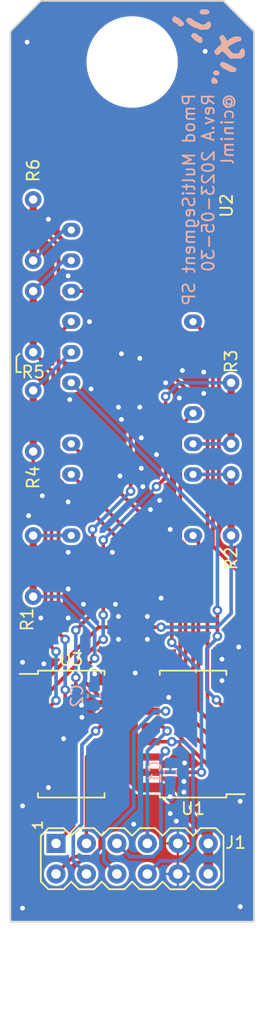
<source format=kicad_pcb>
(kicad_pcb (version 20221018) (generator pcbnew)
  (layers (0 "F.Cu" signal) (31 "B.Cu" signal) (34 "B.Paste" user) (35 "F.Paste" user) (36 "B.SilkS" user "B.Silkscreen") (37 "F.SilkS" user "F.Silkscreen") (38 "B.Mask" user) (39 "F.Mask" user) (44 "Edge.Cuts" user))
  (net 0 "")
  (net 1 "GND")
  (net 2 "/PMOD0_P1_COM_SER")
  (net 3 "+3V3")
  (net 4 "/PMOD_P2_COM_RCLK")
  (net 5 "/PMOD0_P3_SEG_SER")
  (net 6 "/PMOD0_P4_SEG_RCLK")
  (net 7 "/PMOD0_P7_COM_SRCLK")
  (net 8 "/PMOD0_P8_COM_OE")
  (net 9 "/PMOD0_P9_SEG_SRCLK")
  (net 10 "/PMOD0_P10_SEG_OE")
  (net 11 "/DIG1")
  (net 12 "Net-(U2-DIG1)")
  (net 13 "/DIG2")
  (net 14 "Net-(U2-DIG2)")
  (net 15 "/DIG3")
  (net 16 "Net-(U2-DIG3)")
  (net 17 "/DIG4")
  (net 18 "Net-(U2-DIG4)")
  (net 19 "/DIG5")
  (net 20 "Net-(U2-DIG5)")
  (net 21 "/DIG6")
  (net 22 "Net-(U2-DIG6)")
  (net 23 "/SEG_B")
  (net 24 "/SEG_C")
  (net 25 "/SEG_D")
  (net 26 "/SEG_E")
  (net 27 "/SEG_F")
  (net 28 "/SEG_G")
  (net 29 "/SEG_H")
  (net 31 "/SEG_A")
  (footprint "local:MountingHole_3.2mm_M3_Mask" (layer "F.Cu") (at 11.43 -30.48)
    (fp_text reference "H1" hide)
    (fp_text value "MountingHole")
    (pad "" np_thru_hole circle (at 0 0) (size 3.2 3.2) (drill 3.2) (layers "F&B.Cu" "*.Mask"))
  )
  (footprint "local:Conn_Pmod_Spec_B_Thin" (layer "F.Cu") (at 5.08 34.49 90)
    (fp_text reference "J1" (at 0.073 14.986) (layer "F.SilkS"))
    (fp_text value "Conn_02x06_Top_Bottom")
    (fp_text user "1" (at 1.524 -1.524 90 unlocked) (layer "F.SilkS") (effects (font (size 0.8 0.8))))
    (pad "1" thru_hole rect (at 0 0 270) (size 1.6 1.6) (drill 0.8) (layers "*.Cu" "*.Mask") (net 2 "/PMOD0_P1_COM_SER"))
    (pad "2" thru_hole oval (at 0 2.54 270) (size 1.6 1.6) (drill 0.8) (layers "*.Cu" "*.Mask") (net 4 "/PMOD_P2_COM_RCLK"))
    (pad "3" thru_hole oval (at 0 5.08 270) (size 1.6 1.6) (drill 0.8) (layers "*.Cu" "*.Mask") (net 5 "/PMOD0_P3_SEG_SER"))
    (pad "4" thru_hole oval (at 0 7.62 270) (size 1.6 1.6) (drill 0.8) (layers "*.Cu" "*.Mask") (net 6 "/PMOD0_P4_SEG_RCLK"))
    (pad "5" thru_hole oval (at 0 10.16 270) (size 1.6 1.6) (drill 0.8) (layers "*.Cu" "*.Mask") (net 1 "GND"))
    (pad "6" thru_hole oval (at 0 12.7 270) (size 1.6 1.6) (drill 0.8) (layers "*.Cu" "*.Mask") (net 3 "+3V3"))
    (pad "7" thru_hole oval (at -2.54 0 270) (size 1.6 1.6) (drill 0.8) (layers "*.Cu" "*.Mask") (net 7 "/PMOD0_P7_COM_SRCLK"))
    (pad "8" thru_hole oval (at -2.54 2.54 270) (size 1.6 1.6) (drill 0.8) (layers "*.Cu" "*.Mask") (net 8 "/PMOD0_P8_COM_OE"))
    (pad "9" thru_hole oval (at -2.54 5.08 270) (size 1.6 1.6) (drill 0.8) (layers "*.Cu" "*.Mask") (net 9 "/PMOD0_P9_SEG_SRCLK"))
    (pad "10" thru_hole oval (at -2.54 7.62 270) (size 1.6 1.6) (drill 0.8) (layers "*.Cu" "*.Mask") (net 10 "/PMOD0_P10_SEG_OE"))
    (pad "11" thru_hole oval (at -2.54 10.16 270) (size 1.6 1.6) (drill 0.8) (layers "*.Cu" "*.Mask") (net 1 "GND"))
    (pad "12" thru_hole oval (at -2.54 12.7 270) (size 1.6 1.6) (drill 0.8) (layers "*.Cu" "*.Mask") (net 3 "+3V3"))
  )
  (footprint "Package_SO:SOIC-16W_5.3x10.2mm_P1.27mm" (layer "F.Cu") (at 6.35 25.4)
    (fp_text reference "U3" (at 0 -6.2) (layer "F.SilkS"))
    (fp_text value "74HC595")
    (pad "1" smd rect (at -3.55 -4.445) (size 1.5 0.6) (layers "F.Cu" "F.Paste" "F.Mask") (net 13 "/DIG2"))
    (pad "2" smd rect (at -3.55 -3.175) (size 1.5 0.6) (layers "F.Cu" "F.Paste" "F.Mask") (net 15 "/DIG3"))
    (pad "3" smd rect (at -3.55 -1.905) (size 1.5 0.6) (layers "F.Cu" "F.Paste" "F.Mask") (net 17 "/DIG4"))
    (pad "4" smd rect (at -3.55 -0.635) (size 1.5 0.6) (layers "F.Cu" "F.Paste" "F.Mask") (net 19 "/DIG5"))
    (pad "5" smd rect (at -3.55 0.635) (size 1.5 0.6) (layers "F.Cu" "F.Paste" "F.Mask") (net 21 "/DIG6"))
    (pad "6" smd rect (at -3.55 1.905) (size 1.5 0.6) (layers "F.Cu" "F.Paste" "F.Mask"))
    (pad "7" smd rect (at -3.55 3.175) (size 1.5 0.6) (layers "F.Cu" "F.Paste" "F.Mask"))
    (pad "8" smd rect (at -3.55 4.445) (size 1.5 0.6) (layers "F.Cu" "F.Paste" "F.Mask") (net 1 "GND"))
    (pad "9" smd rect (at 3.55 4.445) (size 1.5 0.6) (layers "F.Cu" "F.Paste" "F.Mask"))
    (pad "10" smd rect (at 3.55 3.175) (size 1.5 0.6) (layers "F.Cu" "F.Paste" "F.Mask") (net 3 "+3V3"))
    (pad "11" smd rect (at 3.55 1.905) (size 1.5 0.6) (layers "F.Cu" "F.Paste" "F.Mask") (net 7 "/PMOD0_P7_COM_SRCLK"))
    (pad "12" smd rect (at 3.55 0.635) (size 1.5 0.6) (layers "F.Cu" "F.Paste" "F.Mask") (net 4 "/PMOD_P2_COM_RCLK"))
    (pad "13" smd rect (at 3.55 -0.635) (size 1.5 0.6) (layers "F.Cu" "F.Paste" "F.Mask") (net 8 "/PMOD0_P8_COM_OE"))
    (pad "14" smd rect (at 3.55 -1.905) (size 1.5 0.6) (layers "F.Cu" "F.Paste" "F.Mask") (net 2 "/PMOD0_P1_COM_SER"))
    (pad "15" smd rect (at 3.55 -3.175) (size 1.5 0.6) (layers "F.Cu" "F.Paste" "F.Mask") (net 11 "/DIG1"))
    (pad "16" smd rect (at 3.55 -4.445) (size 1.5 0.6) (layers "F.Cu" "F.Paste" "F.Mask") (net 3 "+3V3"))
  )
  (footprint "Package_SO:SOIC-16W_5.3x10.2mm_P1.27mm" (layer "F.Cu") (at 16.51 25.4 180)
    (fp_text reference "U1" (at 0 -6.2) (layer "F.SilkS"))
    (fp_text value "74HC595")
    (pad "1" smd rect (at -3.55 -4.445 180) (size 1.5 0.6) (layers "F.Cu" "F.Paste" "F.Mask") (net 23 "/SEG_B"))
    (pad "2" smd rect (at -3.55 -3.175 180) (size 1.5 0.6) (layers "F.Cu" "F.Paste" "F.Mask") (net 24 "/SEG_C"))
    (pad "3" smd rect (at -3.55 -1.905 180) (size 1.5 0.6) (layers "F.Cu" "F.Paste" "F.Mask") (net 25 "/SEG_D"))
    (pad "4" smd rect (at -3.55 -0.635 180) (size 1.5 0.6) (layers "F.Cu" "F.Paste" "F.Mask") (net 26 "/SEG_E"))
    (pad "5" smd rect (at -3.55 0.635 180) (size 1.5 0.6) (layers "F.Cu" "F.Paste" "F.Mask") (net 27 "/SEG_F"))
    (pad "6" smd rect (at -3.55 1.905 180) (size 1.5 0.6) (layers "F.Cu" "F.Paste" "F.Mask") (net 28 "/SEG_G"))
    (pad "7" smd rect (at -3.55 3.175 180) (size 1.5 0.6) (layers "F.Cu" "F.Paste" "F.Mask") (net 29 "/SEG_H"))
    (pad "8" smd rect (at -3.55 4.445 180) (size 1.5 0.6) (layers "F.Cu" "F.Paste" "F.Mask") (net 1 "GND"))
    (pad "9" smd rect (at 3.55 4.445 180) (size 1.5 0.6) (layers "F.Cu" "F.Paste" "F.Mask"))
    (pad "10" smd rect (at 3.55 3.175 180) (size 1.5 0.6) (layers "F.Cu" "F.Paste" "F.Mask") (net 3 "+3V3"))
    (pad "11" smd rect (at 3.55 1.905 180) (size 1.5 0.6) (layers "F.Cu" "F.Paste" "F.Mask") (net 9 "/PMOD0_P9_SEG_SRCLK"))
    (pad "12" smd rect (at 3.55 0.635 180) (size 1.5 0.6) (layers "F.Cu" "F.Paste" "F.Mask") (net 6 "/PMOD0_P4_SEG_RCLK"))
    (pad "13" smd rect (at 3.55 -0.635 180) (size 1.5 0.6) (layers "F.Cu" "F.Paste" "F.Mask") (net 10 "/PMOD0_P10_SEG_OE"))
    (pad "14" smd rect (at 3.55 -1.905 180) (size 1.5 0.6) (layers "F.Cu" "F.Paste" "F.Mask") (net 5 "/PMOD0_P3_SEG_SER"))
    (pad "15" smd rect (at 3.55 -3.175 180) (size 1.5 0.6) (layers "F.Cu" "F.Paste" "F.Mask") (net 31 "/SEG_A"))
    (pad "16" smd rect (at 3.55 -4.445 180) (size 1.5 0.6) (layers "F.Cu" "F.Paste" "F.Mask") (net 3 "+3V3"))
  )
  (footprint "local:R_Axial_DIN0204_L3.6mm_D1.6mm_P5.08mm_Horizontal_with_1608metric" (layer "F.Cu") (at 19.685 8.89 90)
    (fp_text reference "R2" (at -1.905 0 90) (layer "F.SilkS"))
    (fp_text value "470")
    (pad "1" thru_hole circle (at 0 0 90) (size 1.4 1.4) (drill 0.7) (layers "*.Cu" "*.Mask") (net 13 "/DIG2"))
    (pad "1" smd roundrect (at 1.715 0 90) (size 0.8 0.95) (layers "F.Cu" "F.Paste" "F.Mask") (net 13 "/DIG2"))
    (pad "1" smd oval (at 1.715 0 270) (size 1.65 0.6) (drill (offset 0.55 0)) (layers "F.Cu" "F.Paste" "F.Mask") (net 13 "/DIG2"))
    (pad "2" smd roundrect (at 3.365 0 90) (size 0.8 0.95) (layers "F.Cu" "F.Paste" "F.Mask") (net 14 "Net-(U2-DIG2)"))
    (pad "2" smd oval (at 3.365 0 90) (size 1.65 0.6) (drill (offset 0.55 0)) (layers "F.Cu" "F.Paste" "F.Mask") (net 14 "Net-(U2-DIG2)"))
    (pad "2" thru_hole oval (at 5.08 0 90) (size 1.4 1.4) (drill 0.7) (layers "*.Cu" "*.Mask") (net 14 "Net-(U2-DIG2)"))
  )
  (footprint "local:R_Axial_DIN0204_L3.6mm_D1.6mm_P5.08mm_Horizontal_with_1608metric" (layer "F.Cu") (at 3.175 -19.05 -90)
    (fp_text reference "R6" (at -2.413 0 90) (layer "F.SilkS"))
    (fp_text value "470")
    (pad "1" thru_hole circle (at 0 0 270) (size 1.4 1.4) (drill 0.7) (layers "*.Cu" "*.Mask") (net 21 "/DIG6"))
    (pad "1" smd roundrect (at 1.715 0 270) (size 0.8 0.95) (layers "F.Cu" "F.Paste" "F.Mask") (net 21 "/DIG6"))
    (pad "1" smd oval (at 1.715 0 90) (size 1.65 0.6) (drill (offset 0.55 0)) (layers "F.Cu" "F.Paste" "F.Mask") (net 21 "/DIG6"))
    (pad "2" smd roundrect (at 3.365 0 270) (size 0.8 0.95) (layers "F.Cu" "F.Paste" "F.Mask") (net 22 "Net-(U2-DIG6)"))
    (pad "2" smd oval (at 3.365 0 270) (size 1.65 0.6) (drill (offset 0.55 0)) (layers "F.Cu" "F.Paste" "F.Mask") (net 22 "Net-(U2-DIG6)"))
    (pad "2" thru_hole oval (at 5.08 0 270) (size 1.4 1.4) (drill 0.7) (layers "*.Cu" "*.Mask") (net 22 "Net-(U2-DIG6)"))
  )
  (footprint "local:OSL60362" (layer "F.Cu") (at 11.43 -3.81 90)
    (fp_text reference "U2" (at 14.732 7.874 90 unlocked) (layer "F.SilkS"))
    (fp_text value "OSL60362-LX")
    (pad "1" thru_hole oval (at -12.7 5.08 90) (size 1.2 1.524) (drill 0.6) (layers "*.Cu" "*.Mask") (net 26 "/SEG_E"))
    (pad "3" thru_hole oval (at -7.62 5.08 90) (size 1.2 1.524) (drill 0.6) (layers "*.Cu" "*.Mask") (net 14 "Net-(U2-DIG2)"))
    (pad "4" thru_hole oval (at -5.08 5.08 90) (size 1.2 1.524) (drill 0.6) (layers "*.Cu" "*.Mask") (net 16 "Net-(U2-DIG3)"))
    (pad "5" thru_hole oval (at -2.54 5.08 90) (size 1.2 1.524) (drill 0.6) (layers "*.Cu" "*.Mask") (net 25 "/SEG_D"))
    (pad "8" thru_hole oval (at 5.08 5.08 90) (size 1.2 1.524) (drill 0.6) (layers "*.Cu" "*.Mask") (net 29 "/SEG_H"))
    (pad "12" thru_hole oval (at 12.7 -5.08 90) (size 1.2 1.524) (drill 0.6) (layers "*.Cu" "*.Mask") (net 22 "Net-(U2-DIG6)"))
    (pad "13" thru_hole oval (at 10.16 -5.08 90) (size 1.2 1.524) (drill 0.6) (layers "*.Cu" "*.Mask") (net 20 "Net-(U2-DIG5)"))
    (pad "14" thru_hole oval (at 7.62 -5.08 90) (size 1.2 1.524) (drill 0.6) (layers "*.Cu" "*.Mask") (net 27 "/SEG_F"))
    (pad "15" thru_hole oval (at 5.08 -5.08 90) (size 1.2 1.524) (drill 0.6) (layers "*.Cu" "*.Mask") (net 31 "/SEG_A"))
    (pad "16" thru_hole oval (at 2.54 -5.08 90) (size 1.2 1.524) (drill 0.6) (layers "*.Cu" "*.Mask") (net 18 "Net-(U2-DIG4)"))
    (pad "17" thru_hole oval (at 0 -5.08 90) (size 1.2 1.524) (drill 0.6) (layers "*.Cu" "*.Mask") (net 28 "/SEG_G"))
    (pad "19" thru_hole oval (at -5.08 -5.08 90) (size 1.2 1.524) (drill 0.6) (layers "*.Cu" "*.Mask") (net 24 "/SEG_C"))
    (pad "20" thru_hole oval (at -7.62 -5.08 90) (size 1.2 1.524) (drill 0.6) (layers "*.Cu" "*.Mask") (net 23 "/SEG_B"))
    (pad "22" thru_hole oval (at -12.7 -5.08 90) (size 1.2 1.524) (drill 0.6) (layers "*.Cu" "*.Mask") (net 12 "Net-(U2-DIG1)"))
  )
  (footprint "local:R_Axial_DIN0204_L3.6mm_D1.6mm_P5.08mm_Horizontal_with_1608metric" (layer "F.Cu") (at 3.175 1.905 90)
    (fp_text reference "R4" (at -2.159 0 90) (layer "F.SilkS"))
    (fp_text value "470")
    (pad "1" thru_hole circle (at 0 0 90) (size 1.4 1.4) (drill 0.7) (layers "*.Cu" "*.Mask") (net 17 "/DIG4"))
    (pad "1" smd roundrect (at 1.715 0 90) (size 0.8 0.95) (layers "F.Cu" "F.Paste" "F.Mask") (net 17 "/DIG4"))
    (pad "1" smd oval (at 1.715 0 270) (size 1.65 0.6) (drill (offset 0.55 0)) (layers "F.Cu" "F.Paste" "F.Mask") (net 17 "/DIG4"))
    (pad "2" smd roundrect (at 3.365 0 90) (size 0.8 0.95) (layers "F.Cu" "F.Paste" "F.Mask") (net 18 "Net-(U2-DIG4)"))
    (pad "2" smd oval (at 3.365 0 90) (size 1.65 0.6) (drill (offset 0.55 0)) (layers "F.Cu" "F.Paste" "F.Mask") (net 18 "Net-(U2-DIG4)"))
    (pad "2" thru_hole oval (at 5.08 0 90) (size 1.4 1.4) (drill 0.7) (layers "*.Cu" "*.Mask") (net 18 "Net-(U2-DIG4)"))
  )
  (footprint "local:R_Axial_DIN0204_L3.6mm_D1.6mm_P5.08mm_Horizontal_with_1608metric" (layer "F.Cu") (at 19.685 -3.81 -90)
    (fp_text reference "R3" (at -1.778 0 90) (layer "F.SilkS"))
    (fp_text value "470")
    (pad "1" thru_hole circle (at 0 0 270) (size 1.4 1.4) (drill 0.7) (layers "*.Cu" "*.Mask") (net 15 "/DIG3"))
    (pad "1" smd roundrect (at 1.715 0 270) (size 0.8 0.95) (layers "F.Cu" "F.Paste" "F.Mask") (net 15 "/DIG3"))
    (pad "1" smd oval (at 1.715 0 90) (size 1.65 0.6) (drill (offset 0.55 0)) (layers "F.Cu" "F.Paste" "F.Mask") (net 15 "/DIG3"))
    (pad "2" smd roundrect (at 3.365 0 270) (size 0.8 0.95) (layers "F.Cu" "F.Paste" "F.Mask") (net 16 "Net-(U2-DIG3)"))
    (pad "2" smd oval (at 3.365 0 270) (size 1.65 0.6) (drill (offset 0.55 0)) (layers "F.Cu" "F.Paste" "F.Mask") (net 16 "Net-(U2-DIG3)"))
    (pad "2" thru_hole oval (at 5.08 0 270) (size 1.4 1.4) (drill 0.7) (layers "*.Cu" "*.Mask") (net 16 "Net-(U2-DIG3)"))
  )
  (footprint "local:R_Axial_DIN0204_L3.6mm_D1.6mm_P5.08mm_Horizontal_with_1608metric" (layer "F.Cu") (at 3.175 13.97 90)
    (fp_text reference "R1" (at -1.905 -0.508 90) (layer "F.SilkS"))
    (fp_text value "470")
    (pad "1" thru_hole circle (at 0 0 90) (size 1.4 1.4) (drill 0.7) (layers "*.Cu" "*.Mask") (net 11 "/DIG1"))
    (pad "1" smd roundrect (at 1.715 0 90) (size 0.8 0.95) (layers "F.Cu" "F.Paste" "F.Mask") (net 11 "/DIG1"))
    (pad "1" smd oval (at 1.715 0 270) (size 1.65 0.6) (drill (offset 0.55 0)) (layers "F.Cu" "F.Paste" "F.Mask") (net 11 "/DIG1"))
    (pad "2" smd roundrect (at 3.365 0 90) (size 0.8 0.95) (layers "F.Cu" "F.Paste" "F.Mask") (net 12 "Net-(U2-DIG1)"))
    (pad "2" smd oval (at 3.365 0 90) (size 1.65 0.6) (drill (offset 0.55 0)) (layers "F.Cu" "F.Paste" "F.Mask") (net 12 "Net-(U2-DIG1)"))
    (pad "2" thru_hole oval (at 5.08 0 90) (size 1.4 1.4) (drill 0.7) (layers "*.Cu" "*.Mask") (net 12 "Net-(U2-DIG1)"))
  )
  (footprint "local:R_Axial_DIN0204_L3.6mm_D1.6mm_P5.08mm_Horizontal_with_1608metric" (layer "F.Cu") (at 3.175 -6.35 90)
    (fp_text reference "R5" (at -1.651 0 180) (layer "F.SilkS"))
    (fp_text value "470")
    (pad "1" thru_hole circle (at 0 0 90) (size 1.4 1.4) (drill 0.7) (layers "*.Cu" "*.Mask") (net 19 "/DIG5"))
    (pad "1" smd roundrect (at 1.715 0 90) (size 0.8 0.95) (layers "F.Cu" "F.Paste" "F.Mask") (net 19 "/DIG5"))
    (pad "1" smd oval (at 1.715 0 270) (size 1.65 0.6) (drill (offset 0.55 0)) (layers "F.Cu" "F.Paste" "F.Mask") (net 19 "/DIG5"))
    (pad "2" smd roundrect (at 3.365 0 90) (size 0.8 0.95) (layers "F.Cu" "F.Paste" "F.Mask") (net 20 "Net-(U2-DIG5)"))
    (pad "2" smd oval (at 3.365 0 90) (size 1.65 0.6) (drill (offset 0.55 0)) (layers "F.Cu" "F.Paste" "F.Mask") (net 20 "Net-(U2-DIG5)"))
    (pad "2" thru_hole oval (at 5.08 0 90) (size 1.4 1.4) (drill 0.7) (layers "*.Cu" "*.Mask") (net 20 "Net-(U2-DIG5)"))
  )
  (footprint "local:logo" (layer "B.Cu") (at 17.78 -31.75 -90)
    (fp_text reference "LOGO1" hide)
    (fp_text value "Logo_Open_Hardware_Small" hide)
  )
  (footprint "Capacitor_SMD:C_0603_1608Metric" (layer "B.Cu") (at 8.255 22.225 -90)
    (fp_text reference "C2" (at 0 1.43 90) (layer "B.SilkS") (effects (justify mirror)))
    (fp_text value "100n")
    (pad "1" smd roundrect (at -0.775 0 270) (size 0.9 0.95) (layers "B.Cu" "B.Paste" "B.Mask") (net 3 "+3V3"))
    (pad "2" smd roundrect (at 0.775 0 270) (size 0.9 0.95) (layers "B.Cu" "B.Paste" "B.Mask") (net 1 "GND"))
  )
  (footprint "Capacitor_SMD:C_0603_1608Metric" (layer "B.Cu") (at 14.605 28.575 90)
    (fp_text reference "C1" (at 0 -1.27 90) (layer "B.SilkS") (effects (justify mirror)))
    (fp_text value "100n")
    (pad "1" smd roundrect (at -0.775 0 90) (size 0.9 0.95) (layers "B.Cu" "B.Paste" "B.Mask") (net 3 "+3V3"))
    (pad "2" smd roundrect (at 0.775 0 90) (size 0.9 0.95) (layers "B.Cu" "B.Paste" "B.Mask") (net 1 "GND"))
  )
  (gr_line (start 1.778 -4.699) (end 1.778 -5.969) (stroke (width 0.15)) (layer "F.SilkS"))
  (gr_line (start 2.159 -4.699) (end 1.778 -4.699) (stroke (width 0.15)) (layer "F.SilkS"))
  (gr_line (start 1.778 -5.969) (end 2.032 -6.223) (stroke (width 0.15)) (layer "F.SilkS"))
  (gr_line (start 1.27 41) (end 1.27 -33.02) (stroke (width 0.15)) (layer "Edge.Cuts"))
  (gr_line (start 3.81 -35.56) (end 1.27 -33.02) (stroke (width 0.15)) (layer "Edge.Cuts"))
  (gr_line (start 1.27 41) (end 21.59 41) (stroke (width 0.15)) (layer "Edge.Cuts"))
  (gr_line (start 19.05 -35.56) (end 21.59 -33.02) (stroke (width 0.15)) (layer "Edge.Cuts"))
  (gr_line (start 3.81 -35.56) (end 19.05 -35.56) (stroke (width 0.15)) (layer "Edge.Cuts"))
  (gr_line (start 21.59 41) (end 21.59 -33.02) (stroke (width 0.15)) (layer "Edge.Cuts"))
  (gr_text "Pmod MultiSegment SP\nRev.A 2023-05-30\n@ciniml" (at 17.78 -27.94 90) (layer "B.SilkS") (effects (font (size 1 1)) (justify left mirror)))
  (segment (start 20.06 20.955) (end 18.923 20.955) (width 0.3) (layer "F.Cu") (net 1))
  (segment (start 2.8 29.845) (end 4.445 29.845) (width 0.3) (layer "F.Cu") (net 1))
  (via (at 10.287 -1.778) (size 0.8) (drill 0.4) (layers "F.Cu" "B.Cu") (net 1))
  (via (at 13.716 5.969) (size 0.8) (drill 0.4) (layers "F.Cu" "B.Cu") (net 1))
  (via (at 10.287 15.621) (size 0.8) (drill 0.4) (layers "F.Cu" "B.Cu") (net 1))
  (via (at 12.065 -5.842) (size 0.8) (drill 0.4) (layers "F.Cu" "B.Cu") (net 1))
  (via (at 15.113 32.639) (size 0.8) (drill 0.4) (layers "F.Cu" "B.Cu") (net 1))
  (via (at 18.923 20.955) (size 0.8) (drill 0.4) (layers "F.Cu" "B.Cu") (net 1))
  (via (at 17.399 -4.699) (size 0.8) (drill 0.4) (layers "F.Cu" "B.Cu") (net 1))
  (via (at 17.526 -31.369) (size 0.8) (drill 0.4) (layers "F.Cu" "B.Cu") (net 1))
  (via (at 12.7 15.621) (size 0.8) (drill 0.4) (layers "F.Cu" "B.Cu") (net 1))
  (via (at 2.794 7.239) (size 0.8) (drill 0.4) (layers "F.Cu" "B.Cu") (net 1))
  (via (at 15.367 -2.54) (size 0.8) (drill 0.4) (layers "F.Cu" "B.Cu") (net 1))
  (via (at 12.192 0.762) (size 0.8) (drill 0.4) (layers "F.Cu" "B.Cu") (net 1))
  (via (at 13.462 2.159) (size 0.8) (drill 0.4) (layers "F.Cu" "B.Cu") (net 1))
  (via (at 14.224 -3.81) (size 0.8) (drill 0.4) (layers "F.Cu" "B.Cu") (net 1))
  (via (at 4.445 -17.399) (size 0.8) (drill 0.4) (layers "F.Cu" "B.Cu") (net 1))
  (via (at 2.286 19.431) (size 0.8) (drill 0.4) (layers "F.Cu" "B.Cu") (net 1))
  (via (at 20.447 30.988) (size 0.8) (drill 0.4) (layers "F.Cu" "B.Cu") (net 1))
  (via (at 15.8 27.8) (size 0.8) (drill 0.4) (layers "F.Cu" "B.Cu") (net 1))
  (via (at 5.715 25.781) (size 0.8) (drill 0.4) (layers "F.Cu" "B.Cu") (net 1))
  (via (at 10.541 -0.762) (size 0.8) (drill 0.4) (layers "F.Cu" "B.Cu") (net 1))
  (via (at 12.192 3.302) (size 0.8) (drill 0.4) (layers "F.Cu" "B.Cu") (net 1))
  (via (at 15.621 -4.826) (size 0.8) (drill 0.4) (layers "F.Cu" "B.Cu") (net 1))
  (via (at 17.399 -2.921) (size 0.8) (drill 0.4) (layers "F.Cu" "B.Cu") (net 1))
  (via (at 20.32 18.161) (size 0.8) (drill 0.4) (layers "F.Cu" "B.Cu") (net 1))
  (via (at 6.096 6.096) (size 0.8) (drill 0.4) (layers "F.Cu" "B.Cu") (net 1))
  (via (at 4.064 19.558) (size 0.8) (drill 0.4) (layers "F.Cu" "B.Cu") (net 1))
  (via (at 11.684 20.32) (size 0.8) (drill 0.4) (layers "F.Cu" "B.Cu") (net 1))
  (via (at 15.748 30.226) (size 0.8) (drill 0.4) (layers "F.Cu" "B.Cu") (net 1))
  (via (at 7.239 24.003) (size 0.8) (drill 0.4) (layers "F.Cu" "B.Cu") (net 1))
  (via (at 13.843 14.097) (size 0.8) (drill 0.4) (layers "F.Cu" "B.Cu") (net 1))
  (via (at 6.096 15.748) (size 0.8) (drill 0.4) (layers "F.Cu" "B.Cu") (net 1))
  (via (at 6.096 13.335) (size 0.8) (drill 0.4) (layers "F.Cu" "B.Cu") (net 1))
  (via (at 14.605 8.382) (size 0.8) (drill 0.4) (layers "F.Cu" "B.Cu") (net 1))
  (via (at 2.286 31.369) (size 0.8) (drill 0.4) (layers "F.Cu" "B.Cu") (net 1))
  (via (at 10.287 17.526) (size 0.8) (drill 0.4) (layers "F.Cu" "B.Cu") (net 1))
  (via (at 12.319 4.826) (size 0.8) (drill 0.4) (layers "F.Cu" "B.Cu") (net 1))
  (via (at 9.779 10.287) (size 0.8) (drill 0.4) (layers "F.Cu" "B.Cu") (net 1))
  (via (at 3.81 15.748) (size 0.8) (drill 0.4) (layers "F.Cu" "B.Cu") (net 1))
  (via (at 8.001 -3.302) (size 0.8) (drill 0.4) (layers "F.Cu" "B.Cu") (net 1))
  (via (at 12.065 -1.778) (size 0.8) (drill 0.4) (layers "F.Cu" "B.Cu") (net 1))
  (via (at 3.937 5.588) (size 0.8) (drill 0.4) (layers "F.Cu" "B.Cu") (net 1))
  (via (at 10.414 3.937) (size 0.8) (drill 0.4) (layers "F.Cu" "B.Cu") (net 1))
  (via (at 6.223 -2.413) (size 0.8) (drill 0.4) (layers "F.Cu" "B.Cu") (net 1))
  (via (at 4.445 29.845) (size 0.8) (drill 0.4) (layers "F.Cu" "B.Cu") (net 1))
  (via (at 2.667 -32.131) (size 0.8) (drill 0.4) (layers "F.Cu" "B.Cu") (net 1))
  (via (at 20.447 39.751) (size 0.8) (drill 0.4) (layers "F.Cu" "B.Cu") (net 1))
  (via (at 11.557 32.893) (size 0.8) (drill 0.4) (layers "F.Cu" "B.Cu") (net 1))
  (via (at 7.874 -8.89) (size 0.8) (drill 0.4) (layers "F.Cu" "B.Cu") (net 1))
  (via (at 2.286 39.878) (size 0.8) (drill 0.4) (layers "F.Cu" "B.Cu") (net 1))
  (via (at 10.541 -6.223) (size 0.8) (drill 0.4) (layers "F.Cu" "B.Cu") (net 1))
  (via (at 7.366 14.605) (size 0.8) (drill 0.4) (layers "F.Cu" "B.Cu") (net 1))
  (via (at 10.033 14.605) (size 0.8) (drill 0.4) (layers "F.Cu" "B.Cu") (net 1))
  (via (at 6.096 -12.7) (size 0.8) (drill 0.4) (layers "F.Cu" "B.Cu") (net 1))
  (via (at 12.954 6.731) (size 0.8) (drill 0.4) (layers "F.Cu" "B.Cu") (net 1))
  (via (at 6.096 10.287) (size 0.8) (drill 0.4) (layers "F.Cu" "B.Cu") (net 1))
  (via (at 12.7 17.526) (size 0.8) (drill 0.4) (layers "F.Cu" "B.Cu") (net 1))
  (via (at 15.748 29.337) (size 0.8) (drill 0.4) (layers "F.Cu" "B.Cu") (net 1))
  (via (at 14.605 32.004) (size 0.8) (drill 0.4) (layers "F.Cu" "B.Cu") (net 1))
  (via (at 18.923 19.177) (size 0.8) (drill 0.4) (layers "F.Cu" "B.Cu") (net 1))
  (via (at 14.478 22.352) (size 0.8) (drill 0.4) (layers "F.Cu" "B.Cu") (net 1))
  (via (at 7.2 23) (size 0.8) (drill 0.4) (layers "F.Cu" "B.Cu") (net 1))
  (segment (start 8.255 23) (end 7.2 23) (width 0.8) (layer "B.Cu") (net 1))
  (segment (start 14.605 27.8) (end 15.8 27.8) (width 0.8) (layer "B.Cu") (net 1))
  (segment (start 8.89 23.495) (end 9.9 23.495) (width 0.3) (layer "F.Cu") (net 2))
  (segment (start 6.552 25.833) (end 8.89 23.495) (width 0.3) (layer "F.Cu") (net 2))
  (segment (start 6.552 33.018) (end 6.552 25.833) (width 0.3) (layer "F.Cu") (net 2))
  (segment (start 5.08 34.49) (end 6.552 33.018) (width 0.3) (layer "F.Cu") (net 2))
  (segment (start 11.5 21.675) (end 10.78 20.955) (width 0.8) (layer "F.Cu") (net 3))
  (segment (start 8.855 20.955) (end 8.3 20.4) (width 0.8) (layer "F.Cu") (net 3))
  (segment (start 9.9 20.955) (end 8.855 20.955) (width 0.8) (layer "F.Cu") (net 3))
  (segment (start 11.5 29.265) (end 11.5 28.575) (width 0.8) (layer "F.Cu") (net 3))
  (segment (start 17.78 34.49) (end 17.78 33.78) (width 0.8) (layer "F.Cu") (net 3))
  (segment (start 14.6 30.6) (end 13.845 29.845) (width 0.8) (layer "F.Cu") (net 3))
  (segment (start 12.96 29.845) (end 12.08 29.845) (width 0.8) (layer "F.Cu") (net 3))
  (segment (start 10.78 20.955) (end 9.9 20.955) (width 0.8) (layer "F.Cu") (net 3))
  (segment (start 9.9 28.575) (end 11.5 28.575) (width 0.3) (layer "F.Cu") (net 3))
  (segment (start 12.08 22.225) (end 12.96 22.225) (width 0.8) (layer "F.Cu") (net 3))
  (segment (start 17.78 37.03) (end 17.78 34.49) (width 0.8) (layer "F.Cu") (net 3))
  (segment (start 12.08 29.845) (end 11.5 29.265) (width 0.8) (layer "F.Cu") (net 3))
  (segment (start 17.78 33.78) (end 14.6 30.6) (width 0.8) (layer "F.Cu") (net 3))
  (segment (start 11.5 22.805) (end 11.5 21.675) (width 0.8) (layer "F.Cu") (net 3))
  (segment (start 11.5 22.805) (end 12.08 22.225) (width 0.8) (layer "F.Cu") (net 3))
  (segment (start 11.5 28.575) (end 11.5 22.805) (width 0.8) (layer "F.Cu") (net 3))
  (segment (start 13.845 29.845) (end 12.96 29.845) (width 0.8) (layer "F.Cu") (net 3))
  (via (at 8.3 20.4) (size 0.8) (drill 0.4) (layers "F.Cu" "B.Cu") (net 3))
  (via (at 14.6 30.6) (size 0.8) (drill 0.4) (layers "F.Cu" "B.Cu") (net 3))
  (segment (start 14.6 30.6) (end 14.6 29.355) (width 0.8) (layer "B.Cu") (net 3))
  (segment (start 14.6 29.355) (end 14.605 29.35) (width 0.8) (layer "B.Cu") (net 3))
  (segment (start 8.3 20.4) (end 8.3 21.405) (width 0.8) (layer "B.Cu") (net 3))
  (segment (start 8.3 21.405) (end 8.255 21.45) (width 0.8) (layer "B.Cu") (net 3))
  (segment (start 7.62 27.305) (end 8.89 26.035) (width 0.3) (layer "F.Cu") (net 4))
  (segment (start 7.62 34.49) (end 7.62 27.305) (width 0.3) (layer "F.Cu") (net 4))
  (segment (start 8.89 26.035) (end 9.9 26.035) (width 0.3) (layer "F.Cu") (net 4))
  (segment (start 13.843 27.305) (end 12.96 27.305) (width 0.3) (layer "F.Cu") (net 5))
  (segment (start 14.194049 26.953951) (end 13.843 27.305) (width 0.3) (layer "F.Cu") (net 5))
  (segment (start 14.194049 26.817408) (end 14.194049 26.953951) (width 0.3) (layer "F.Cu") (net 5))
  (via (at 14.194049 26.817408) (size 0.8) (drill 0.4) (layers "F.Cu" "B.Cu") (net 5))
  (segment (start 13.155635 35.59) (end 13.83 34.915635) (width 0.3) (layer "B.Cu") (net 5))
  (segment (start 13.83 34.915635) (end 13.83 27.181457) (width 0.3) (layer "B.Cu") (net 5))
  (segment (start 11.26 35.59) (end 13.155635 35.59) (width 0.3) (layer "B.Cu") (net 5))
  (segment (start 13.83 27.181457) (end 14.194049 26.817408) (width 0.3) (layer "B.Cu") (net 5))
  (segment (start 10.16 34.49) (end 11.26 35.59) (width 0.3) (layer "B.Cu") (net 5))
  (segment (start 14.351 25.146) (end 13.97 24.765) (width 0.3) (layer "F.Cu") (net 6))
  (segment (start 13.97 24.765) (end 12.96 24.765) (width 0.3) (layer "F.Cu") (net 6))
  (via (at 14.351 25.146) (size 0.8) (drill 0.4) (layers "F.Cu" "B.Cu") (net 6))
  (segment (start 12.7 26.797) (end 14.351 25.146) (width 0.3) (layer "B.Cu") (net 6))
  (segment (start 12.7 34.49) (end 12.7 26.797) (width 0.3) (layer "B.Cu") (net 6))
  (segment (start 5.08 37.03) (end 6.52 35.59) (width 0.3) (layer "F.Cu") (net 7))
  (segment (start 8.763 27.992) (end 9.45 27.305) (width 0.3) (layer "F.Cu") (net 7))
  (segment (start 8.763 34.902635) (end 8.763 27.992) (width 0.3) (layer "F.Cu") (net 7))
  (segment (start 8.075635 35.59) (end 8.763 34.902635) (width 0.3) (layer "F.Cu") (net 7))
  (segment (start 9.45 27.305) (end 9.9 27.305) (width 0.3) (layer "F.Cu") (net 7))
  (segment (start 6.52 35.59) (end 8.075635 35.59) (width 0.3) (layer "F.Cu") (net 7))
  (segment (start 8.763 24.765) (end 9.9 24.765) (width 0.3) (layer "F.Cu") (net 8))
  (segment (start 8.382 25.146) (end 8.763 24.765) (width 0.3) (layer "F.Cu") (net 8))
  (via (at 8.382 25.146) (size 0.8) (drill 0.4) (layers "F.Cu" "B.Cu") (net 8))
  (segment (start 6.52 33.612) (end 7.239 32.893) (width 0.3) (layer "B.Cu") (net 8))
  (segment (start 6.52 35.93) (end 6.52 33.612) (width 0.3) (layer "B.Cu") (net 8))
  (segment (start 7.239 32.893) (end 7.239 26.289) (width 0.3) (layer "B.Cu") (net 8))
  (segment (start 7.62 37.03) (end 6.52 35.93) (width 0.3) (layer "B.Cu") (net 8))
  (segment (start 7.239 26.289) (end 8.382 25.146) (width 0.3) (layer "B.Cu") (net 8))
  (segment (start 14.224 23.495) (end 12.96 23.495) (width 0.3) (layer "F.Cu") (net 9))
  (via (at 14.224 23.495) (size 0.8) (drill 0.4) (layers "F.Cu" "B.Cu") (net 9))
  (segment (start 11.557 25.273) (end 13.335 23.495) (width 0.3) (layer "B.Cu") (net 9))
  (segment (start 9.06 35.93) (end 9.06 33.993) (width 0.3) (layer "B.Cu") (net 9))
  (segment (start 9.06 33.993) (end 11.557 31.496) (width 0.3) (layer "B.Cu") (net 9))
  (segment (start 13.335 23.495) (end 14.224 23.495) (width 0.3) (layer "B.Cu") (net 9))
  (segment (start 11.557 31.496) (end 11.557 25.273) (width 0.3) (layer "B.Cu") (net 9))
  (segment (start 10.16 37.03) (end 9.06 35.93) (width 0.3) (layer "B.Cu") (net 9))
  (segment (start 14.732 26.035) (end 12.96 26.035) (width 0.3) (layer "F.Cu") (net 10))
  (via (at 14.732 26.035) (size 0.8) (drill 0.4) (layers "F.Cu" "B.Cu") (net 10))
  (segment (start 15.355635 35.93) (end 16.51 34.775635) (width 0.3) (layer "B.Cu") (net 10))
  (segment (start 16.51 34.775635) (end 16.51 26.797) (width 0.3) (layer "B.Cu") (net 10))
  (segment (start 15.748 26.035) (end 14.732 26.035) (width 0.3) (layer "B.Cu") (net 10))
  (segment (start 16.51 26.797) (end 15.748 26.035) (width 0.3) (layer "B.Cu") (net 10))
  (segment (start 12.7 37.03) (end 13.8 35.93) (width 0.3) (layer "B.Cu") (net 10))
  (segment (start 13.8 35.93) (end 15.355635 35.93) (width 0.3) (layer "B.Cu") (net 10))
  (segment (start 8.66505 22.225) (end 7.493 21.05295) (width 0.3) (layer "F.Cu") (net 11))
  (segment (start 7.493 19.912244) (end 8.305122 19.100122) (width 0.3) (layer "F.Cu") (net 11))
  (segment (start 7.493 21.05295) (end 7.493 19.912244) (width 0.3) (layer "F.Cu") (net 11))
  (segment (start 9.9 22.225) (end 8.66505 22.225) (width 0.3) (layer "F.Cu") (net 11))
  (via (at 8.305122 19.100122) (size 0.8) (drill 0.4) (layers "F.Cu" "B.Cu") (net 11))
  (segment (start 8.305122 16.687122) (end 5.588 13.97) (width 0.3) (layer "B.Cu") (net 11))
  (segment (start 5.588 13.97) (end 3.175 13.97) (width 0.3) (layer "B.Cu") (net 11))
  (segment (start 8.305122 19.100122) (end 8.305122 16.687122) (width 0.3) (layer "B.Cu") (net 11))
  (segment (start 3.175 8.89) (end 6.35 8.89) (width 0.3) (layer "B.Cu") (net 12))
  (segment (start 2.8 20.955) (end 4.191 20.955) (width 0.3) (layer "F.Cu") (net 13))
  (segment (start 8.636 16.51) (end 13.843 16.51) (width 0.3) (layer "F.Cu") (net 13))
  (segment (start 4.191 20.955) (end 8.636 16.51) (width 0.3) (layer "F.Cu") (net 13))
  (via (at 13.843 16.51) (size 0.8) (drill 0.4) (layers "F.Cu" "B.Cu") (net 13))
  (segment (start 18.542 16.51) (end 19.685 15.367) (width 0.3) (layer "B.Cu") (net 13))
  (segment (start 19.685 15.367) (end 19.685 8.89) (width 0.3) (layer "B.Cu") (net 13))
  (segment (start 13.843 16.51) (end 18.542 16.51) (width 0.3) (layer "B.Cu") (net 13))
  (segment (start 19.685 3.81) (end 16.51 3.81) (width 0.3) (layer "B.Cu") (net 14))
  (segment (start 13.462 4.826) (end 14.224 4.064) (width 0.3) (layer "F.Cu") (net 15))
  (segment (start 2.8 22.225) (end 4.191 22.225) (width 0.3) (layer "F.Cu") (net 15))
  (segment (start 9.017 15.494) (end 9.017 9.271) (width 0.3) (layer "F.Cu") (net 15))
  (segment (start 14.224 4.064) (end 14.224 -2.667) (width 0.3) (layer "F.Cu") (net 15))
  (segment (start 4.191 22.225) (end 8.89 17.526) (width 0.3) (layer "F.Cu") (net 15))
  (segment (start 8.89 17.526) (end 9.017 17.526) (width 0.3) (layer "F.Cu") (net 15))
  (via (at 13.462 4.826) (size 0.8) (drill 0.4) (layers "F.Cu" "B.Cu") (net 15))
  (via (at 9.017 15.494) (size 0.8) (drill 0.4) (layers "F.Cu" "B.Cu") (net 15))
  (via (at 9.017 9.271) (size 0.8) (drill 0.4) (layers "F.Cu" "B.Cu") (net 15))
  (via (at 9.017 17.526) (size 0.8) (drill 0.4) (layers "F.Cu" "B.Cu") (net 15))
  (via (at 14.224 -2.667) (size 0.8) (drill 0.4) (layers "F.Cu" "B.Cu") (net 15))
  (segment (start 9.017 9.271) (end 13.462 4.826) (width 0.3) (layer "B.Cu") (net 15))
  (segment (start 15.367 -3.81) (end 19.685 -3.81) (width 0.3) (layer "B.Cu") (net 15))
  (segment (start 14.224 -2.667) (end 15.367 -3.81) (width 0.3) (layer "B.Cu") (net 15))
  (segment (start 9.017 17.526) (end 9.017 15.494) (width 0.3) (layer "B.Cu") (net 15))
  (segment (start 19.685 1.27) (end 16.51 1.27) (width 0.3) (layer "B.Cu") (net 16))
  (segment (start 4.191 23.495) (end 5.08 22.606) (width 0.3) (layer "F.Cu") (net 17))
  (segment (start 2.8 23.495) (end 4.191 23.495) (width 0.3) (layer "F.Cu") (net 17))
  (segment (start 3.175 1.905) (end 3.175 0.19) (width 0.3) (layer "F.Cu") (net 17))
  (segment (start 4.699 18.161) (end 5.08 18.542) (width 0.3) (layer "F.Cu") (net 17))
  (segment (start 3.175 6.223) (end 4.699 7.747) (width 0.3) (layer "F.Cu") (net 17))
  (segment (start 4.699 7.747) (end 4.699 18.161) (width 0.3) (layer "F.Cu") (net 17))
  (segment (start 3.175 1.905) (end 3.175 6.223) (width 0.3) (layer "F.Cu") (net 17))
  (via (at 5.08 18.542) (size 0.8) (drill 0.4) (layers "F.Cu" "B.Cu") (net 17))
  (via (at 5.08 22.606) (size 0.8) (drill 0.4) (layers "F.Cu" "B.Cu") (net 17))
  (segment (start 5.08 22.606) (end 5.08 18.542) (width 0.3) (layer "B.Cu") (net 17))
  (segment (start 3.175 -3.175) (end 6.35 -6.35) (width 0.3) (layer "B.Cu") (net 18))
  (segment (start 4.838 5.819) (end 4.838 -4.687) (width 0.3) (layer "F.Cu") (net 19))
  (segment (start 5.288 6.269) (end 4.838 5.819) (width 0.3) (layer "F.Cu") (net 19))
  (segment (start 4.318 24.765) (end 5.842 23.241) (width 0.3) (layer "F.Cu") (net 19))
  (segment (start 5.842 17.526) (end 5.288 16.972) (width 0.3) (layer "F.Cu") (net 19))
  (segment (start 5.288 16.972) (end 5.288 6.269) (width 0.3) (layer "F.Cu") (net 19))
  (segment (start 2.8 24.765) (end 4.318 24.765) (width 0.3) (layer "F.Cu") (net 19))
  (segment (start 4.838 -4.687) (end 3.175 -6.35) (width 0.3) (layer "F.Cu") (net 19))
  (segment (start 5.842 23.241) (end 5.842 21.717) (width 0.3) (layer "F.Cu") (net 19))
  (via (at 5.842 17.526) (size 0.8) (drill 0.4) (layers "F.Cu" "B.Cu") (net 19))
  (via (at 5.842 21.717) (size 0.8) (drill 0.4) (layers "F.Cu" "B.Cu") (net 19))
  (segment (start 5.842 21.717) (end 5.842 17.526) (width 0.3) (layer "B.Cu") (net 19))
  (segment (start 5.715 -13.97) (end 6.35 -13.97) (width 0.3) (layer "B.Cu") (net 20))
  (segment (start 3.175 -11.43) (end 5.715 -13.97) (width 0.3) (layer "B.Cu") (net 20))
  (segment (start 2.8 26.035) (end 4.318 26.035) (width 0.3) (layer "F.Cu") (net 21))
  (segment (start 5.288 -11.057208) (end 5.288 -15.222) (width 0.3) (layer "F.Cu") (net 21))
  (segment (start 11.303 -6.604) (end 7.747 -10.16) (width 0.3) (layer "F.Cu") (net 21))
  (segment (start 11.303 5.207) (end 11.303 -6.604) (width 0.3) (layer "F.Cu") (net 21))
  (segment (start 7.747 -10.16) (end 6.185208 -10.16) (width 0.3) (layer "F.Cu") (net 21))
  (segment (start 4.318 26.035) (end 6.5 23.853) (width 0.3) (layer "F.Cu") (net 21))
  (segment (start 6.731 21.81795) (end 6.731 20.701) (width 0.3) (layer "F.Cu") (net 21))
  (segment (start 5.288 -15.222) (end 3.175 -17.335) (width 0.3) (layer "F.Cu") (net 21))
  (segment (start 6.5 22.04895) (end 6.731 21.81795) (width 0.3) (layer "F.Cu") (net 21))
  (segment (start 6.185208 -10.16) (end 5.288 -11.057208) (width 0.3) (layer "F.Cu") (net 21))
  (segment (start 6.731 16.764) (end 8.128 15.367) (width 0.3) (layer "F.Cu") (net 21))
  (segment (start 6.5 23.853) (end 6.5 22.04895) (width 0.3) (layer "F.Cu") (net 21))
  (segment (start 8.128 15.367) (end 8.128 8.382) (width 0.3) (layer "F.Cu") (net 21))
  (via (at 8.128 8.382) (size 0.8) (drill 0.4) (layers "F.Cu" "B.Cu") (net 21))
  (via (at 6.731 16.764) (size 0.8) (drill 0.4) (layers "F.Cu" "B.Cu") (net 21))
  (via (at 11.303 5.207) (size 0.8) (drill 0.4) (layers "F.Cu" "B.Cu") (net 21))
  (via (at 6.731 20.701) (size 0.8) (drill 0.4) (layers "F.Cu" "B.Cu") (net 21))
  (segment (start 6.731 20.701) (end 6.731 16.764) (width 0.3) (layer "B.Cu") (net 21))
  (segment (start 8.128 8.382) (end 11.303 5.207) (width 0.3) (layer "B.Cu") (net 21))
  (segment (start 5.715 -16.51) (end 6.35 -16.51) (width 0.3) (layer "B.Cu") (net 22))
  (segment (start 3.175 -13.97) (end 5.715 -16.51) (width 0.3) (layer "B.Cu") (net 22))
  (segment (start 15.432 25.667) (end 15.432 12.892) (width 0.3) (layer "F.Cu") (net 23))
  (segment (start 20.06 29.845) (end 19.61 29.845) (width 0.3) (layer "F.Cu") (net 23))
  (segment (start 19.61 29.845) (end 15.432 25.667) (width 0.3) (layer "F.Cu") (net 23))
  (segment (start 15.432 12.892) (end 6.35 3.81) (width 0.3) (layer "F.Cu") (net 23))
  (segment (start 15.882 10.802) (end 6.35 1.27) (width 0.3) (layer "F.Cu") (net 24))
  (segment (start 19.61 28.575) (end 15.882 24.847) (width 0.3) (layer "F.Cu") (net 24))
  (segment (start 20.06 28.575) (end 19.61 28.575) (width 0.3) (layer "F.Cu") (net 24))
  (segment (start 15.882 24.847) (end 15.882 10.802) (width 0.3) (layer "F.Cu") (net 24))
  (segment (start 15.448 -0.208) (end 16.51 -1.27) (width 0.3) (layer "F.Cu") (net 25))
  (segment (start 16.51 24.205) (end 16.51 10.324792) (width 0.3) (layer "F.Cu") (net 25))
  (segment (start 16.51 10.324792) (end 15.448 9.262792) (width 0.3) (layer "F.Cu") (net 25))
  (segment (start 19.61 27.305) (end 16.51 24.205) (width 0.3) (layer "F.Cu") (net 25))
  (segment (start 20.06 27.305) (end 19.61 27.305) (width 0.3) (layer "F.Cu") (net 25))
  (segment (start 15.448 9.262792) (end 15.448 -0.208) (width 0.3) (layer "F.Cu") (net 25))
  (segment (start 16.96 23.385) (end 16.96 9.34) (width 0.3) (layer "F.Cu") (net 26))
  (segment (start 19.61 26.035) (end 16.96 23.385) (width 0.3) (layer "F.Cu") (net 26))
  (segment (start 20.06 26.035) (end 19.61 26.035) (width 0.3) (layer "F.Cu") (net 26))
  (segment (start 16.96 9.34) (end 16.51 8.89) (width 0.3) (layer "F.Cu") (net 26))
  (segment (start 17.715 -1.499792) (end 7.784792 -11.43) (width 0.3) (layer "F.Cu") (net 27))
  (segment (start 19.68 24.765) (end 17.715 22.8) (width 0.3) (layer "F.Cu") (net 27))
  (segment (start 20.06 24.765) (end 19.68 24.765) (width 0.3) (layer "F.Cu") (net 27))
  (segment (start 17.715 22.8) (end 17.715 -1.499792) (width 0.3) (layer "F.Cu") (net 27))
  (segment (start 7.784792 -11.43) (end 6.35 -11.43) (width 0.3) (layer "F.Cu") (net 27))
  (segment (start 19.399244 23.495) (end 18.462622 22.558378) (width 0.3) (layer "F.Cu") (net 28))
  (segment (start 20.06 23.495) (end 19.399244 23.495) (width 0.3) (layer "F.Cu") (net 28))
  (segment (start 18.542 17.272) (end 18.542 15.113) (width 0.3) (layer "F.Cu") (net 28))
  (via (at 18.542 15.113) (size 0.8) (drill 0.4) (layers "F.Cu" "B.Cu") (net 28))
  (via (at 18.542 17.272) (size 0.8) (drill 0.4) (layers "F.Cu" "B.Cu") (net 28))
  (via (at 18.462622 22.558378) (size 0.8) (drill 0.4) (layers "F.Cu" "B.Cu") (net 28))
  (segment (start 18.462622 22.558378) (end 17.6595 21.755256) (width 0.3) (layer "B.Cu") (net 28))
  (segment (start 18.542 15.113) (end 18.542 8.382) (width 0.3) (layer "B.Cu") (net 28))
  (segment (start 18.542 17.399) (end 18.542 17.272) (width 0.3) (layer "B.Cu") (net 28))
  (segment (start 18.542 8.382) (end 6.35 -3.81) (width 0.3) (layer "B.Cu") (net 28))
  (segment (start 17.6595 18.2815) (end 18.542 17.399) (width 0.3) (layer "B.Cu") (net 28))
  (segment (start 17.6595 21.755256) (end 17.6595 18.2815) (width 0.3) (layer "B.Cu") (net 28))
  (segment (start 18.165 18.919) (end 20.447 16.637) (width 0.3) (layer "F.Cu") (net 29))
  (segment (start 20.447 16.637) (end 20.447 12.065) (width 0.3) (layer "F.Cu") (net 29))
  (segment (start 18.165 -7.235) (end 16.51 -8.89) (width 0.3) (layer "F.Cu") (net 29))
  (segment (start 20.06 22.225) (end 19.177 22.225) (width 0.3) (layer "F.Cu") (net 29))
  (segment (start 20.447 12.065) (end 18.165 9.783) (width 0.3) (layer "F.Cu") (net 29))
  (segment (start 19.177 22.225) (end 18.165 21.213) (width 0.3) (layer "F.Cu") (net 29))
  (segment (start 18.165 21.213) (end 18.165 18.919) (width 0.3) (layer "F.Cu") (net 29))
  (segment (start 18.165 9.783) (end 18.165 -7.235) (width 0.3) (layer "F.Cu") (net 29))
  (segment (start 5.288 4.182792) (end 5.288 -7.828) (width 0.3) (layer "F.Cu") (net 31))
  (segment (start 12.96 28.575) (end 17.2095 28.575) (width 0.3) (layer "F.Cu") (net 31))
  (segment (start 14.7325 17.78) (end 14.7325 13.627292) (width 0.3) (layer "F.Cu") (net 31))
  (segment (start 14.7325 13.627292) (end 5.288 4.182792) (width 0.3) (layer "F.Cu") (net 31))
  (segment (start 5.288 -7.828) (end 6.35 -8.89) (width 0.3) (layer "F.Cu") (net 31))
  (via (at 17.2095 28.575) (size 0.8) (drill 0.4) (layers "F.Cu" "B.Cu") (net 31))
  (via (at 14.7325 17.78) (size 0.8) (drill 0.4) (layers "F.Cu" "B.Cu") (net 31))
  (segment (start 17.2095 20.257) (end 14.7325 17.78) (width 0.3) (layer "B.Cu") (net 31))
  (segment (start 17.2095 28.575) (end 17.2095 20.257) (width 0.3) (layer "B.Cu") (net 31))
  (zone (net 0) (net_name "") (layer "F.Cu") (connect_pads (clearance 0)) (min_thickness 0.25)
    (keepout (tracks allowed) (vias allowed) (pads allowed) (copperpour not_allowed) (footprints allowed))
    (fill (thermal_gap 0.5) (thermal_bridge_width 0.5))
    (polygon (pts (xy 19.304 21.844) (xy 20.955 21.844) (xy 20.955 30.353) (xy 19.304 30.353)))
  )
  (zone (net 0) (net_name "") (layer "F.Cu") (connect_pads (clearance 0)) (min_thickness 0.25)
    (keepout (tracks allowed) (vias allowed) (pads allowed) (copperpour not_allowed) (footprints allowed))
    (fill (thermal_gap 0.5) (thermal_bridge_width 0.5))
    (polygon (pts (xy 1.905 20.574) (xy 3.556 20.574) (xy 3.556 29.083) (xy 1.905 29.083)))
  )
  (zone (net 0) (net_name "") (layer "F.Cu") (connect_pads (clearance 0)) (min_thickness 0.25)
    (keepout (tracks allowed) (vias allowed) (pads allowed) (copperpour not_allowed) (footprints allowed))
    (fill (thermal_gap 0.5) (thermal_bridge_width 0.5))
    (polygon (pts (xy 9.017 21.463) (xy 10.668 21.463) (xy 10.668 29.972) (xy 9.017 29.972)))
  )
  (zone (net 0) (net_name "") (layer "F.Cu") (connect_pads (clearance 0)) (min_thickness 0.25)
    (keepout (tracks allowed) (vias allowed) (pads allowed) (copperpour not_allowed) (footprints allowed))
    (fill (thermal_gap 0.5) (thermal_bridge_width 0.5))
    (polygon (pts (xy 12.192 21.336) (xy 13.843 21.336) (xy 13.843 29.845) (xy 12.192 29.845)))
  )
  (zone (net 1) (net_name "GND") (layers "F&B.Cu") (name "GND") (connect_pads (clearance 0.2)) (min_thickness 0.2) (fill yes (thermal_gap 0.2) (thermal_bridge_width 0.2))
    (polygon (pts (xy 21.59 41) (xy 1.27 41) (xy 1.27 -35.56) (xy 21.59 -35.56)))
  )
  (zone (net 0) (net_name "") (layers "F&B.Cu") (connect_pads (clearance 0)) (min_thickness 0.25)
    (keepout (tracks allowed) (vias allowed) (pads allowed) (copperpour not_allowed) (footprints allowed))
    (fill (thermal_gap 0.5) (thermal_bridge_width 0.5))
    (polygon (pts (xy 15.24 -30.48) (xy 15.220452 -30.865451) (xy 15.162009 -31.246947) (xy 15.065271 -31.620573) (xy 14.931229 -31.982496) (xy 14.761261 -32.329) (xy 14.557109 -32.656532) (xy 14.320868 -32.961729) (xy 14.054964 -33.241461) (xy 13.762124 -33.492856) (xy 13.445353 -33.713335) (xy 13.107902 -33.900635) (xy 12.753233 -34.052836) (xy 12.384986 -34.168374) (xy 12.00694 -34.246064) (xy 11.622973 -34.28511) (xy 11.237027 -34.28511) (xy 10.85306 -34.246064) (xy 10.475014 -34.168374) (xy 10.106767 -34.052836) (xy 9.752098 -33.900635) (xy 9.414647 -33.713335) (xy 9.097876 -33.492856) (xy 8.805036 -33.241461) (xy 8.539132 -32.961729) (xy 8.302891 -32.656532) (xy 8.098739 -32.329) (xy 7.928771 -31.982496) (xy 7.794729 -31.620573) (xy 7.697991 -31.246947) (xy 7.639548 -30.865451) (xy 7.62 -30.48) (xy 7.639548 -30.094549) (xy 7.697991 -29.713053) (xy 7.794729 -29.339427) (xy 7.928771 -28.977504) (xy 8.098739 -28.631) (xy 8.302891 -28.303468) (xy 8.539132 -27.998271) (xy 8.805036 -27.718539) (xy 9.097876 -27.467144) (xy 9.414647 -27.246665) (xy 9.752098 -27.059365) (xy 10.106767 -26.907164) (xy 10.475014 -26.791626) (xy 10.85306 -26.713936) (xy 11.237027 -26.67489) (xy 11.622973 -26.67489) (xy 12.00694 -26.713936) (xy 12.384986 -26.791626) (xy 12.753233 -26.907164) (xy 13.107902 -27.059365) (xy 13.445353 -27.246665) (xy 13.762124 -27.467144) (xy 14.054964 -27.718539) (xy 14.320868 -27.998271) (xy 14.557109 -28.303468) (xy 14.761261 -28.631) (xy 14.931229 -28.977504) (xy 15.065271 -29.339427) (xy 15.162009 -29.713053) (xy 15.220452 -30.094549) (xy 15.24 -30.48)))
  )
)
</source>
